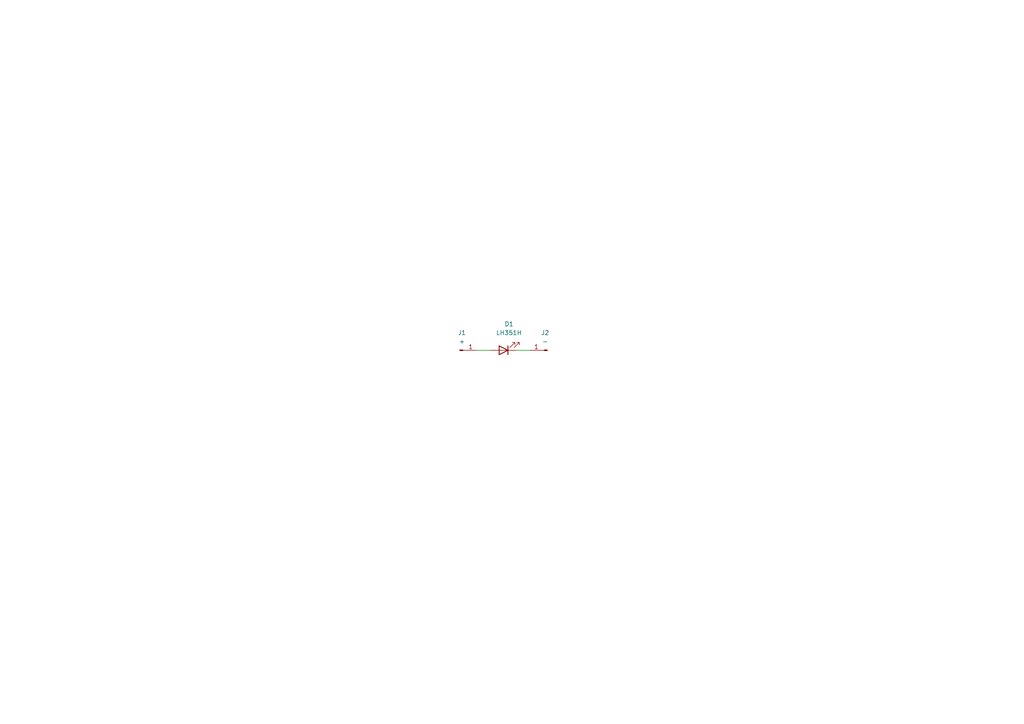
<source format=kicad_sch>
(kicad_sch (version 20250114) (generator "eeschema") (generator_version "9.0")
  (paper "A4")
  (lib_symbols
    (symbol "Connector:Conn_01x01_Pin" (pin_names (offset 1.016) (hide yes))
      (property "Reference" "J" (at 0 2.54 0))
      (property "Value" "Conn_01x01_Pin" (at 0 -2.54 0))
      (symbol "Conn_01x01_Pin_1_1"
        (rectangle (start 0.8636 0.127) (end 0 -0.127) (stroke (width 0.1524)) (fill (type outline)))
        (polyline (pts (xy 1.27 0) (xy 0.8636 0)) (stroke (width 0.1524)))
        (pin passive line (at 5.08 0 180) (length 3.81) (name "Pin_1") (number "1"))
      )
    )
    (symbol "Device:LED" (pin_numbers (hide yes)) (pin_names (offset 1.016) (hide yes))
      (property "Reference" "D" (at 0 2.54 0))
      (property "Value" "LED" (at 0 -2.54 0))
      (symbol "LED_0_1"
        (polyline (pts (xy -3.048 -0.762) (xy -4.572 -2.286) (xy -3.81 -2.286) (xy -4.572 -2.286) (xy -4.572 -1.524)))
        (polyline (pts (xy -1.778 -0.762) (xy -3.302 -2.286) (xy -2.54 -2.286) (xy -3.302 -2.286) (xy -3.302 -1.524)))
        (polyline (pts (xy -1.27 0) (xy 1.27 0)))
        (polyline (pts (xy -1.27 -1.27) (xy -1.27 1.27)) (stroke (width 0.254)))
        (polyline (pts (xy 1.27 -1.27) (xy 1.27 1.27) (xy -1.27 0) (xy 1.27 -1.27)) (stroke (width 0.254)))
      )
      (symbol "LED_1_1"
        (pin passive line (at -3.81 0 0) (length 2.54) (name "K") (number "1"))
        (pin passive line (at 3.81 0 180) (length 2.54) (name "A") (number "2"))
      )
    )
  )
  (wire (pts (xy 153.67 101.6) (xy 149.86 101.6)))
  (wire (pts (xy 138.43 101.6) (xy 142.24 101.6)))
  (symbol (lib_id "Connector:Conn_01x01_Pin") (at 133.35 101.6 0) (unit 1)
    (property "Reference" "J1" (at 133.985 96.52 0))
    (property "Value" "+" (at 133.985 99.06 0))
    (property "Footprint" "Connector_PinSocket_2.54mm:PinSocket_1x01_P2.54mm_Vertical" (effects (hide yes)))
    (property "Description" "Generic connector, single row, 01x01, script generated" (effects (hide yes)))
  )
  (symbol (lib_id "Connector:Conn_01x01_Pin") (at 158.75 101.6 180) (unit 1)
    (property "Reference" "J2" (at 158.115 96.52 0))
    (property "Value" "-" (at 158.115 99.06 0))
    (property "Footprint" "Connector_PinSocket_2.54mm:PinSocket_1x01_P2.54mm_Vertical" (effects (hide yes)))
    (property "Description" "Generic connector, single row, 01x01, script generated" (effects (hide yes)))
  )
  (symbol (lib_id "Device:LED") (at 146.05 101.6 180) (unit 1)
    (property "Reference" "D1" (at 147.6375 93.98 0))
    (property "Value" "LH351H" (at 147.6375 96.52 0))
    (property "Footprint" "samsung-horticulture:LH351H" (effects (hide yes)))
    (property "Datasheet" "https://download.led.samsung.com/led/file/resource/2022/05/Data_Sheet_LH351H_660nm_Red_Rev.1.4.pdf" (effects (hide yes)))
    (property "Description" "Light emitting diode" (effects (hide yes)))
    (property "Sim.Pins" "1=K 2=A" (effects (hide yes)))
  )
)
</source>
